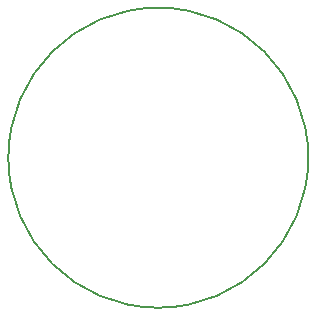
<source format=gm1>
G04*
G04 #@! TF.GenerationSoftware,Altium Limited,Altium Designer,21.7.2 (23)*
G04*
G04 Layer_Color=16711935*
%FSLAX25Y25*%
%MOIN*%
G70*
G04*
G04 #@! TF.SameCoordinates,B87F5D9A-147D-4DEB-93F1-AF521ED98CA3*
G04*
G04*
G04 #@! TF.FilePolarity,Positive*
G04*
G01*
G75*
%ADD15C,0.00500*%
D15*
X362000Y367000D02*
G03*
X362000Y367000I-50000J0D01*
G01*
M02*

</source>
